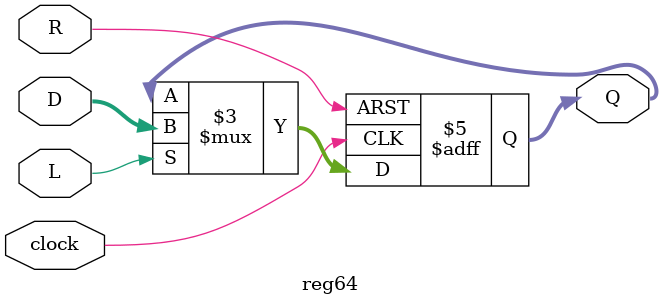
<source format=v>

module reg64(Q, D, L, R, clock);

output reg [63:0]Q; // registered output

input [63:0]D; // data input

input L; // load enable

input R; // positive logic asynchronous reset

input clock;

always @(posedge clock or posedge R) begin

if(R)

Q <= 0;

else if(L)

Q <= D;

else

Q <= Q;

end

endmodule
</source>
